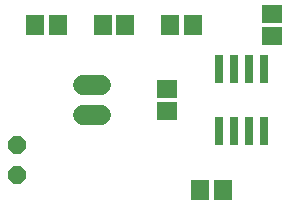
<source format=gbr>
G04 EAGLE Gerber RS-274X export*
G75*
%MOMM*%
%FSLAX34Y34*%
%LPD*%
%INSoldermask Top*%
%IPPOS*%
%AMOC8*
5,1,8,0,0,1.08239X$1,22.5*%
G01*
%ADD10R,1.503200X1.703200*%
%ADD11R,1.703200X1.503200*%
%ADD12R,0.803200X2.403200*%
%ADD13C,1.727200*%
%ADD14P,1.649562X8X112.500000*%


D10*
X181000Y177800D03*
X200000Y177800D03*
D11*
X177800Y123800D03*
X177800Y104800D03*
X266700Y168300D03*
X266700Y187300D03*
D12*
X234950Y88300D03*
X234950Y140300D03*
X222250Y88300D03*
X247650Y88300D03*
X260350Y88300D03*
X222250Y140300D03*
X247650Y140300D03*
X260350Y140300D03*
D13*
X121920Y101600D02*
X106680Y101600D01*
X106680Y127000D02*
X121920Y127000D01*
D14*
X50800Y50800D03*
X50800Y76200D03*
D10*
X225400Y38100D03*
X206400Y38100D03*
X66700Y177800D03*
X85700Y177800D03*
X123850Y177800D03*
X142850Y177800D03*
M02*

</source>
